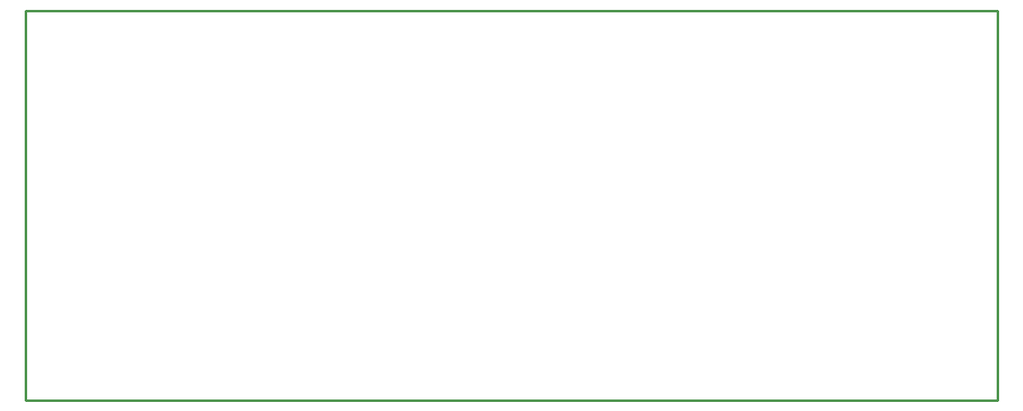
<source format=gko>
G04 Layer: BoardOutline*
G04 EasyEDA v6.4.17, 2021-03-07T18:10:31--5:00*
G04 e25061b296f74d69aa4e7e1dce6dd44d,c4bdc1ed97a445b28c1ad428ea0dbb50,10*
G04 Gerber Generator version 0.2*
G04 Scale: 100 percent, Rotated: No, Reflected: No *
G04 Dimensions in millimeters *
G04 leading zeros omitted , absolute positions ,4 integer and 5 decimal *
%FSLAX45Y45*%
%MOMM*%

%ADD10C,0.2540*%
D10*
X711200Y-5867400D02*
G01*
X10711200Y-5867400D01*
X10711200Y-9867399D01*
X711200Y-9867399D01*
X711200Y-5867400D01*

%LPD*%
M02*

</source>
